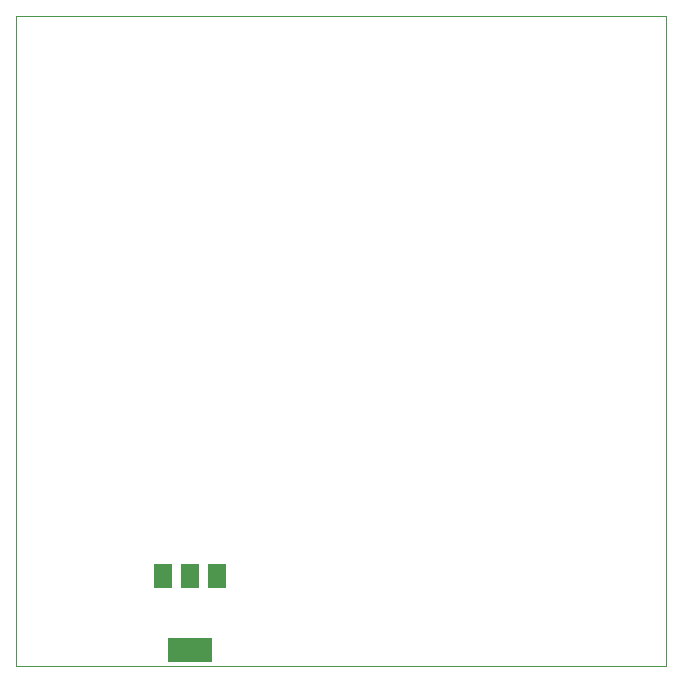
<source format=gbr>
%TF.GenerationSoftware,KiCad,Pcbnew,5.0.2-bee76a0~70~ubuntu18.04.1*%
%TF.CreationDate,2019-02-16T11:07:58+01:00*%
%TF.ProjectId,GP-Pcb,47502d50-6362-42e6-9b69-6361645f7063,2.0*%
%TF.SameCoordinates,Original*%
%TF.FileFunction,Paste,Top*%
%TF.FilePolarity,Positive*%
%FSLAX46Y46*%
G04 Gerber Fmt 4.6, Leading zero omitted, Abs format (unit mm)*
G04 Created by KiCad (PCBNEW 5.0.2-bee76a0~70~ubuntu18.04.1) date sab 16 feb 2019 11:07:58 CET*
%MOMM*%
%LPD*%
G01*
G04 APERTURE LIST*
%ADD10C,0.010000*%
%ADD11R,3.800000X2.000000*%
%ADD12R,1.500000X2.000000*%
G04 APERTURE END LIST*
D10*
X113420000Y-45720000D02*
X113420000Y-100720000D01*
X58420000Y-100720000D02*
X113420000Y-100720000D01*
X58420000Y-45720000D02*
X58420000Y-100720000D01*
X58420000Y-45720000D02*
X113420000Y-45720000D01*
D11*
X73152000Y-99416000D03*
D12*
X73152000Y-93116000D03*
X70852000Y-93116000D03*
X75452000Y-93116000D03*
M02*

</source>
